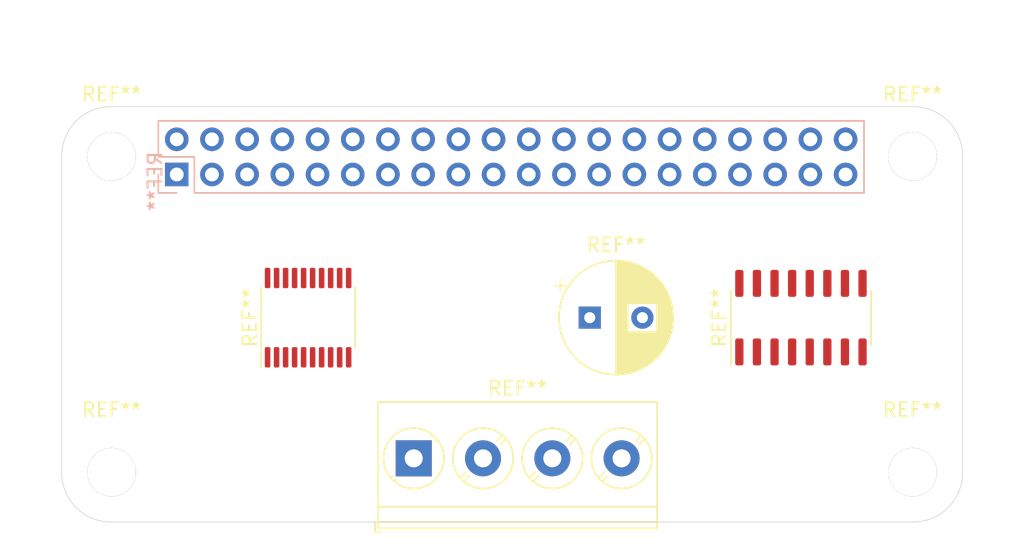
<source format=kicad_pcb>
(kicad_pcb (version 20171130) (host pcbnew 5.1.9)

  (general
    (thickness 1.6)
    (drawings 8)
    (tracks 0)
    (zones 0)
    (modules 9)
    (nets 1)
  )

  (page A4)
  (layers
    (0 F.Cu signal)
    (31 B.Cu signal)
    (32 B.Adhes user)
    (33 F.Adhes user)
    (34 B.Paste user)
    (35 F.Paste user)
    (36 B.SilkS user)
    (37 F.SilkS user)
    (38 B.Mask user)
    (39 F.Mask user)
    (40 Dwgs.User user)
    (41 Cmts.User user)
    (42 Eco1.User user)
    (43 Eco2.User user)
    (44 Edge.Cuts user)
    (45 Margin user)
    (46 B.CrtYd user)
    (47 F.CrtYd user)
    (48 B.Fab user)
    (49 F.Fab user)
  )

  (setup
    (last_trace_width 0.25)
    (trace_clearance 0.2)
    (zone_clearance 0.508)
    (zone_45_only no)
    (trace_min 0.2)
    (via_size 0.8)
    (via_drill 0.4)
    (via_min_size 0.4)
    (via_min_drill 0.3)
    (uvia_size 0.3)
    (uvia_drill 0.1)
    (uvias_allowed no)
    (uvia_min_size 0.2)
    (uvia_min_drill 0.1)
    (edge_width 0.05)
    (segment_width 0.2)
    (pcb_text_width 0.3)
    (pcb_text_size 1.5 1.5)
    (mod_edge_width 0.12)
    (mod_text_size 1 1)
    (mod_text_width 0.15)
    (pad_size 3.5 3.5)
    (pad_drill 3.5)
    (pad_to_mask_clearance 0)
    (aux_axis_origin 0 0)
    (grid_origin 71 40)
    (visible_elements FFFFFF7F)
    (pcbplotparams
      (layerselection 0x010fc_ffffffff)
      (usegerberextensions false)
      (usegerberattributes true)
      (usegerberadvancedattributes true)
      (creategerberjobfile true)
      (excludeedgelayer true)
      (linewidth 0.100000)
      (plotframeref false)
      (viasonmask false)
      (mode 1)
      (useauxorigin false)
      (hpglpennumber 1)
      (hpglpenspeed 20)
      (hpglpendiameter 15.000000)
      (psnegative false)
      (psa4output false)
      (plotreference true)
      (plotvalue true)
      (plotinvisibletext false)
      (padsonsilk false)
      (subtractmaskfromsilk false)
      (outputformat 1)
      (mirror false)
      (drillshape 1)
      (scaleselection 1)
      (outputdirectory ""))
  )

  (net 0 "")

  (net_class Default "This is the default net class."
    (clearance 0.2)
    (trace_width 0.25)
    (via_dia 0.8)
    (via_drill 0.4)
    (uvia_dia 0.3)
    (uvia_drill 0.1)
  )

  (module MountingHole:MountingHole_3.5mm (layer F.Cu) (tedit 60AA800F) (tstamp 60AA82B5)
    (at 74.6 66.4)
    (descr "Mounting Hole 3.5mm, no annular")
    (tags "mounting hole 3.5mm no annular")
    (attr virtual)
    (fp_text reference REF** (at 0 -4.5) (layer F.SilkS)
      (effects (font (size 1 1) (thickness 0.15)))
    )
    (fp_text value MountingHole_3.5mm (at 0 4.5) (layer F.Fab)
      (effects (font (size 1 1) (thickness 0.15)))
    )
    (fp_circle (center 0 0) (end 3.5 0) (layer Cmts.User) (width 0.15))
    (fp_circle (center 0 0) (end 3.75 0) (layer F.CrtYd) (width 0.05))
    (fp_text user %R (at 0.3 0) (layer F.Fab)
      (effects (font (size 1 1) (thickness 0.15)))
    )
    (pad "" thru_hole circle (at 0 0) (size 3.5 3.5) (drill 3.5) (layers *.Cu *.Mask))
  )

  (module MountingHole:MountingHole_3.5mm (layer F.Cu) (tedit 60AA804E) (tstamp 60AA8293)
    (at 132.4 66.4)
    (descr "Mounting Hole 3.5mm, no annular")
    (tags "mounting hole 3.5mm no annular")
    (attr virtual)
    (fp_text reference REF** (at 0 -4.5) (layer F.SilkS)
      (effects (font (size 1 1) (thickness 0.15)))
    )
    (fp_text value MountingHole_3.5mm (at 0 4.5) (layer F.Fab)
      (effects (font (size 1 1) (thickness 0.15)))
    )
    (fp_circle (center 0 0) (end 3.5 0) (layer Cmts.User) (width 0.15))
    (fp_circle (center 0 0) (end 3.75 0) (layer F.CrtYd) (width 0.05))
    (fp_text user %R (at 0.3 0) (layer F.Fab)
      (effects (font (size 1 1) (thickness 0.15)))
    )
    (pad "" thru_hole circle (at 0 0) (size 3.5 3.5) (drill 3.5) (layers *.Cu *.Mask))
  )

  (module MountingHole:MountingHole_3.5mm (layer F.Cu) (tedit 60AA804E) (tstamp 60AA81BD)
    (at 132.4 43.6)
    (descr "Mounting Hole 3.5mm, no annular")
    (tags "mounting hole 3.5mm no annular")
    (attr virtual)
    (fp_text reference REF** (at 0 -4.5) (layer F.SilkS)
      (effects (font (size 1 1) (thickness 0.15)))
    )
    (fp_text value MountingHole_3.5mm (at 0 4.5) (layer F.Fab)
      (effects (font (size 1 1) (thickness 0.15)))
    )
    (fp_circle (center 0 0) (end 3.75 0) (layer F.CrtYd) (width 0.05))
    (fp_circle (center 0 0) (end 3.5 0) (layer Cmts.User) (width 0.15))
    (fp_text user %R (at 0.3 0) (layer F.Fab)
      (effects (font (size 1 1) (thickness 0.15)))
    )
    (pad "" thru_hole circle (at 0 0) (size 3.5 3.5) (drill 3.5) (layers *.Cu *.Mask))
  )

  (module MountingHole:MountingHole_3.5mm (layer F.Cu) (tedit 60AA81A4) (tstamp 60AA7DBB)
    (at 74.6 43.6)
    (descr "Mounting Hole 3.5mm, no annular")
    (tags "mounting hole 3.5mm no annular")
    (attr virtual)
    (fp_text reference REF** (at 0 -4.5) (layer F.SilkS)
      (effects (font (size 1 1) (thickness 0.15)))
    )
    (fp_text value MountingHole_3.5mm (at 0 4.5) (layer F.Fab)
      (effects (font (size 1 1) (thickness 0.15)))
    )
    (fp_circle (center 0 0) (end 3.75 0) (layer F.CrtYd) (width 0.05))
    (fp_circle (center 0 0) (end 3.5 0) (layer Cmts.User) (width 0.15))
    (fp_text user %R (at 0.3 0) (layer F.Fab)
      (effects (font (size 1 1) (thickness 0.15)))
    )
    (pad "" thru_hole circle (at 0 0) (size 3.5 3.5) (drill 3.5) (layers *.Cu *.Mask))
  )

  (module Package_SO:SOIC-16_3.9x9.9mm_P1.27mm (layer F.Cu) (tedit 5D9F72B1) (tstamp 60A8F012)
    (at 124.34 55.24 90)
    (descr "SOIC, 16 Pin (JEDEC MS-012AC, https://www.analog.com/media/en/package-pcb-resources/package/pkg_pdf/soic_narrow-r/r_16.pdf), generated with kicad-footprint-generator ipc_gullwing_generator.py")
    (tags "SOIC SO")
    (attr smd)
    (fp_text reference REF** (at 0 -5.9 90) (layer F.SilkS)
      (effects (font (size 1 1) (thickness 0.15)))
    )
    (fp_text value SOIC-16_3.9x9.9mm_P1.27mm (at 0 5.9 90) (layer F.Fab)
      (effects (font (size 1 1) (thickness 0.15)))
    )
    (fp_line (start 3.7 -5.2) (end -3.7 -5.2) (layer F.CrtYd) (width 0.05))
    (fp_line (start 3.7 5.2) (end 3.7 -5.2) (layer F.CrtYd) (width 0.05))
    (fp_line (start -3.7 5.2) (end 3.7 5.2) (layer F.CrtYd) (width 0.05))
    (fp_line (start -3.7 -5.2) (end -3.7 5.2) (layer F.CrtYd) (width 0.05))
    (fp_line (start -1.95 -3.975) (end -0.975 -4.95) (layer F.Fab) (width 0.1))
    (fp_line (start -1.95 4.95) (end -1.95 -3.975) (layer F.Fab) (width 0.1))
    (fp_line (start 1.95 4.95) (end -1.95 4.95) (layer F.Fab) (width 0.1))
    (fp_line (start 1.95 -4.95) (end 1.95 4.95) (layer F.Fab) (width 0.1))
    (fp_line (start -0.975 -4.95) (end 1.95 -4.95) (layer F.Fab) (width 0.1))
    (fp_line (start 0 -5.06) (end -3.45 -5.06) (layer F.SilkS) (width 0.12))
    (fp_line (start 0 -5.06) (end 1.95 -5.06) (layer F.SilkS) (width 0.12))
    (fp_line (start 0 5.06) (end -1.95 5.06) (layer F.SilkS) (width 0.12))
    (fp_line (start 0 5.06) (end 1.95 5.06) (layer F.SilkS) (width 0.12))
    (fp_text user %R (at 0 0 90) (layer F.Fab)
      (effects (font (size 0.98 0.98) (thickness 0.15)))
    )
    (pad 16 smd roundrect (at 2.475 -4.445 90) (size 1.95 0.6) (layers F.Cu F.Paste F.Mask) (roundrect_rratio 0.25))
    (pad 15 smd roundrect (at 2.475 -3.175 90) (size 1.95 0.6) (layers F.Cu F.Paste F.Mask) (roundrect_rratio 0.25))
    (pad 14 smd roundrect (at 2.475 -1.905 90) (size 1.95 0.6) (layers F.Cu F.Paste F.Mask) (roundrect_rratio 0.25))
    (pad 13 smd roundrect (at 2.475 -0.635 90) (size 1.95 0.6) (layers F.Cu F.Paste F.Mask) (roundrect_rratio 0.25))
    (pad 12 smd roundrect (at 2.475 0.635 90) (size 1.95 0.6) (layers F.Cu F.Paste F.Mask) (roundrect_rratio 0.25))
    (pad 11 smd roundrect (at 2.475 1.905 90) (size 1.95 0.6) (layers F.Cu F.Paste F.Mask) (roundrect_rratio 0.25))
    (pad 10 smd roundrect (at 2.475 3.175 90) (size 1.95 0.6) (layers F.Cu F.Paste F.Mask) (roundrect_rratio 0.25))
    (pad 9 smd roundrect (at 2.475 4.445 90) (size 1.95 0.6) (layers F.Cu F.Paste F.Mask) (roundrect_rratio 0.25))
    (pad 8 smd roundrect (at -2.475 4.445 90) (size 1.95 0.6) (layers F.Cu F.Paste F.Mask) (roundrect_rratio 0.25))
    (pad 7 smd roundrect (at -2.475 3.175 90) (size 1.95 0.6) (layers F.Cu F.Paste F.Mask) (roundrect_rratio 0.25))
    (pad 6 smd roundrect (at -2.475 1.905 90) (size 1.95 0.6) (layers F.Cu F.Paste F.Mask) (roundrect_rratio 0.25))
    (pad 5 smd roundrect (at -2.475 0.635 90) (size 1.95 0.6) (layers F.Cu F.Paste F.Mask) (roundrect_rratio 0.25))
    (pad 4 smd roundrect (at -2.475 -0.635 90) (size 1.95 0.6) (layers F.Cu F.Paste F.Mask) (roundrect_rratio 0.25))
    (pad 3 smd roundrect (at -2.475 -1.905 90) (size 1.95 0.6) (layers F.Cu F.Paste F.Mask) (roundrect_rratio 0.25))
    (pad 2 smd roundrect (at -2.475 -3.175 90) (size 1.95 0.6) (layers F.Cu F.Paste F.Mask) (roundrect_rratio 0.25))
    (pad 1 smd roundrect (at -2.475 -4.445 90) (size 1.95 0.6) (layers F.Cu F.Paste F.Mask) (roundrect_rratio 0.25))
    (model ${KISYS3DMOD}/Package_SO.3dshapes/SOIC-16_3.9x9.9mm_P1.27mm.wrl
      (at (xyz 0 0 0))
      (scale (xyz 1 1 1))
      (rotate (xyz 0 0 0))
    )
  )

  (module Package_SO:TSSOP-20_4.4x6.5mm_P0.65mm (layer F.Cu) (tedit 5E476F32) (tstamp 60A8E4AE)
    (at 88.78 55.24 90)
    (descr "TSSOP, 20 Pin (JEDEC MO-153 Var AC https://www.jedec.org/document_search?search_api_views_fulltext=MO-153), generated with kicad-footprint-generator ipc_gullwing_generator.py")
    (tags "TSSOP SO")
    (attr smd)
    (fp_text reference REF** (at 0 -4.2 90) (layer F.SilkS)
      (effects (font (size 1 1) (thickness 0.15)))
    )
    (fp_text value TSSOP-20_4.4x6.5mm_P0.65mm (at 0 4.2 90) (layer F.Fab)
      (effects (font (size 1 1) (thickness 0.15)))
    )
    (fp_line (start 3.85 -3.5) (end -3.85 -3.5) (layer F.CrtYd) (width 0.05))
    (fp_line (start 3.85 3.5) (end 3.85 -3.5) (layer F.CrtYd) (width 0.05))
    (fp_line (start -3.85 3.5) (end 3.85 3.5) (layer F.CrtYd) (width 0.05))
    (fp_line (start -3.85 -3.5) (end -3.85 3.5) (layer F.CrtYd) (width 0.05))
    (fp_line (start -2.2 -2.25) (end -1.2 -3.25) (layer F.Fab) (width 0.1))
    (fp_line (start -2.2 3.25) (end -2.2 -2.25) (layer F.Fab) (width 0.1))
    (fp_line (start 2.2 3.25) (end -2.2 3.25) (layer F.Fab) (width 0.1))
    (fp_line (start 2.2 -3.25) (end 2.2 3.25) (layer F.Fab) (width 0.1))
    (fp_line (start -1.2 -3.25) (end 2.2 -3.25) (layer F.Fab) (width 0.1))
    (fp_line (start 0 -3.385) (end -3.6 -3.385) (layer F.SilkS) (width 0.12))
    (fp_line (start 0 -3.385) (end 2.2 -3.385) (layer F.SilkS) (width 0.12))
    (fp_line (start 0 3.385) (end -2.2 3.385) (layer F.SilkS) (width 0.12))
    (fp_line (start 0 3.385) (end 2.2 3.385) (layer F.SilkS) (width 0.12))
    (fp_text user %R (at 0 0 90) (layer F.Fab)
      (effects (font (size 1 1) (thickness 0.15)))
    )
    (pad 20 smd roundrect (at 2.8625 -2.925 90) (size 1.475 0.4) (layers F.Cu F.Paste F.Mask) (roundrect_rratio 0.25))
    (pad 19 smd roundrect (at 2.8625 -2.275 90) (size 1.475 0.4) (layers F.Cu F.Paste F.Mask) (roundrect_rratio 0.25))
    (pad 18 smd roundrect (at 2.8625 -1.625 90) (size 1.475 0.4) (layers F.Cu F.Paste F.Mask) (roundrect_rratio 0.25))
    (pad 17 smd roundrect (at 2.8625 -0.975 90) (size 1.475 0.4) (layers F.Cu F.Paste F.Mask) (roundrect_rratio 0.25))
    (pad 16 smd roundrect (at 2.8625 -0.325 90) (size 1.475 0.4) (layers F.Cu F.Paste F.Mask) (roundrect_rratio 0.25))
    (pad 15 smd roundrect (at 2.8625 0.325 90) (size 1.475 0.4) (layers F.Cu F.Paste F.Mask) (roundrect_rratio 0.25))
    (pad 14 smd roundrect (at 2.8625 0.975 90) (size 1.475 0.4) (layers F.Cu F.Paste F.Mask) (roundrect_rratio 0.25))
    (pad 13 smd roundrect (at 2.8625 1.625 90) (size 1.475 0.4) (layers F.Cu F.Paste F.Mask) (roundrect_rratio 0.25))
    (pad 12 smd roundrect (at 2.8625 2.275 90) (size 1.475 0.4) (layers F.Cu F.Paste F.Mask) (roundrect_rratio 0.25))
    (pad 11 smd roundrect (at 2.8625 2.925 90) (size 1.475 0.4) (layers F.Cu F.Paste F.Mask) (roundrect_rratio 0.25))
    (pad 10 smd roundrect (at -2.8625 2.925 90) (size 1.475 0.4) (layers F.Cu F.Paste F.Mask) (roundrect_rratio 0.25))
    (pad 9 smd roundrect (at -2.8625 2.275 90) (size 1.475 0.4) (layers F.Cu F.Paste F.Mask) (roundrect_rratio 0.25))
    (pad 8 smd roundrect (at -2.8625 1.625 90) (size 1.475 0.4) (layers F.Cu F.Paste F.Mask) (roundrect_rratio 0.25))
    (pad 7 smd roundrect (at -2.8625 0.975 90) (size 1.475 0.4) (layers F.Cu F.Paste F.Mask) (roundrect_rratio 0.25))
    (pad 6 smd roundrect (at -2.8625 0.325 90) (size 1.475 0.4) (layers F.Cu F.Paste F.Mask) (roundrect_rratio 0.25))
    (pad 5 smd roundrect (at -2.8625 -0.325 90) (size 1.475 0.4) (layers F.Cu F.Paste F.Mask) (roundrect_rratio 0.25))
    (pad 4 smd roundrect (at -2.8625 -0.975 90) (size 1.475 0.4) (layers F.Cu F.Paste F.Mask) (roundrect_rratio 0.25))
    (pad 3 smd roundrect (at -2.8625 -1.625 90) (size 1.475 0.4) (layers F.Cu F.Paste F.Mask) (roundrect_rratio 0.25))
    (pad 2 smd roundrect (at -2.8625 -2.275 90) (size 1.475 0.4) (layers F.Cu F.Paste F.Mask) (roundrect_rratio 0.25))
    (pad 1 smd roundrect (at -2.8625 -2.925 90) (size 1.475 0.4) (layers F.Cu F.Paste F.Mask) (roundrect_rratio 0.25))
    (model ${KISYS3DMOD}/Package_SO.3dshapes/TSSOP-20_4.4x6.5mm_P0.65mm.wrl
      (at (xyz 0 0 0))
      (scale (xyz 1 1 1))
      (rotate (xyz 0 0 0))
    )
  )

  (module TerminalBlock_Phoenix:TerminalBlock_Phoenix_PT-1,5-4-5.0-H_1x04_P5.00mm_Horizontal (layer F.Cu) (tedit 5B294F6A) (tstamp 60A8BE17)
    (at 96.4 65.4)
    (descr "Terminal Block Phoenix PT-1,5-4-5.0-H, 4 pins, pitch 5mm, size 20x9mm^2, drill diamater 1.3mm, pad diameter 2.6mm, see http://www.mouser.com/ds/2/324/ItemDetail_1935161-922578.pdf, script-generated using https://github.com/pointhi/kicad-footprint-generator/scripts/TerminalBlock_Phoenix")
    (tags "THT Terminal Block Phoenix PT-1,5-4-5.0-H pitch 5mm size 20x9mm^2 drill 1.3mm pad 2.6mm")
    (fp_text reference REF** (at 7.5 -5.06) (layer F.SilkS)
      (effects (font (size 1 1) (thickness 0.15)))
    )
    (fp_text value TerminalBlock_Phoenix_PT-1,5-4-5.0-H_1x04_P5.00mm_Horizontal (at 7.5 6.06) (layer F.Fab)
      (effects (font (size 1 1) (thickness 0.15)))
    )
    (fp_line (start 18 -4.5) (end -3 -4.5) (layer F.CrtYd) (width 0.05))
    (fp_line (start 18 5.5) (end 18 -4.5) (layer F.CrtYd) (width 0.05))
    (fp_line (start -3 5.5) (end 18 5.5) (layer F.CrtYd) (width 0.05))
    (fp_line (start -3 -4.5) (end -3 5.5) (layer F.CrtYd) (width 0.05))
    (fp_line (start -2.8 5.3) (end -2.4 5.3) (layer F.SilkS) (width 0.12))
    (fp_line (start -2.8 4.66) (end -2.8 5.3) (layer F.SilkS) (width 0.12))
    (fp_line (start 13.742 0.992) (end 13.347 1.388) (layer F.SilkS) (width 0.12))
    (fp_line (start 16.388 -1.654) (end 16.008 -1.274) (layer F.SilkS) (width 0.12))
    (fp_line (start 13.993 1.274) (end 13.613 1.654) (layer F.SilkS) (width 0.12))
    (fp_line (start 16.654 -1.388) (end 16.259 -0.992) (layer F.SilkS) (width 0.12))
    (fp_line (start 16.273 -1.517) (end 13.484 1.273) (layer F.Fab) (width 0.1))
    (fp_line (start 16.517 -1.273) (end 13.728 1.517) (layer F.Fab) (width 0.1))
    (fp_line (start 8.742 0.992) (end 8.347 1.388) (layer F.SilkS) (width 0.12))
    (fp_line (start 11.388 -1.654) (end 11.008 -1.274) (layer F.SilkS) (width 0.12))
    (fp_line (start 8.993 1.274) (end 8.613 1.654) (layer F.SilkS) (width 0.12))
    (fp_line (start 11.654 -1.388) (end 11.259 -0.992) (layer F.SilkS) (width 0.12))
    (fp_line (start 11.273 -1.517) (end 8.484 1.273) (layer F.Fab) (width 0.1))
    (fp_line (start 11.517 -1.273) (end 8.728 1.517) (layer F.Fab) (width 0.1))
    (fp_line (start 3.742 0.992) (end 3.347 1.388) (layer F.SilkS) (width 0.12))
    (fp_line (start 6.388 -1.654) (end 6.008 -1.274) (layer F.SilkS) (width 0.12))
    (fp_line (start 3.993 1.274) (end 3.613 1.654) (layer F.SilkS) (width 0.12))
    (fp_line (start 6.654 -1.388) (end 6.259 -0.992) (layer F.SilkS) (width 0.12))
    (fp_line (start 6.273 -1.517) (end 3.484 1.273) (layer F.Fab) (width 0.1))
    (fp_line (start 6.517 -1.273) (end 3.728 1.517) (layer F.Fab) (width 0.1))
    (fp_line (start -1.548 1.281) (end -1.654 1.388) (layer F.SilkS) (width 0.12))
    (fp_line (start 1.388 -1.654) (end 1.281 -1.547) (layer F.SilkS) (width 0.12))
    (fp_line (start -1.282 1.547) (end -1.388 1.654) (layer F.SilkS) (width 0.12))
    (fp_line (start 1.654 -1.388) (end 1.547 -1.281) (layer F.SilkS) (width 0.12))
    (fp_line (start 1.273 -1.517) (end -1.517 1.273) (layer F.Fab) (width 0.1))
    (fp_line (start 1.517 -1.273) (end -1.273 1.517) (layer F.Fab) (width 0.1))
    (fp_line (start 17.561 -4.06) (end 17.561 5.06) (layer F.SilkS) (width 0.12))
    (fp_line (start -2.56 -4.06) (end -2.56 5.06) (layer F.SilkS) (width 0.12))
    (fp_line (start -2.56 5.06) (end 17.561 5.06) (layer F.SilkS) (width 0.12))
    (fp_line (start -2.56 -4.06) (end 17.561 -4.06) (layer F.SilkS) (width 0.12))
    (fp_line (start -2.56 3.5) (end 17.561 3.5) (layer F.SilkS) (width 0.12))
    (fp_line (start -2.5 3.5) (end 17.5 3.5) (layer F.Fab) (width 0.1))
    (fp_line (start -2.56 4.6) (end 17.561 4.6) (layer F.SilkS) (width 0.12))
    (fp_line (start -2.5 4.6) (end 17.5 4.6) (layer F.Fab) (width 0.1))
    (fp_line (start -2.5 4.6) (end -2.5 -4) (layer F.Fab) (width 0.1))
    (fp_line (start -2.1 5) (end -2.5 4.6) (layer F.Fab) (width 0.1))
    (fp_line (start 17.5 5) (end -2.1 5) (layer F.Fab) (width 0.1))
    (fp_line (start 17.5 -4) (end 17.5 5) (layer F.Fab) (width 0.1))
    (fp_line (start -2.5 -4) (end 17.5 -4) (layer F.Fab) (width 0.1))
    (fp_circle (center 15 0) (end 17.18 0) (layer F.SilkS) (width 0.12))
    (fp_circle (center 15 0) (end 17 0) (layer F.Fab) (width 0.1))
    (fp_circle (center 10 0) (end 12.18 0) (layer F.SilkS) (width 0.12))
    (fp_circle (center 10 0) (end 12 0) (layer F.Fab) (width 0.1))
    (fp_circle (center 5 0) (end 7.18 0) (layer F.SilkS) (width 0.12))
    (fp_circle (center 5 0) (end 7 0) (layer F.Fab) (width 0.1))
    (fp_circle (center 0 0) (end 2.18 0) (layer F.SilkS) (width 0.12))
    (fp_circle (center 0 0) (end 2 0) (layer F.Fab) (width 0.1))
    (fp_text user %R (at 7.5 2.9) (layer F.Fab)
      (effects (font (size 1 1) (thickness 0.15)))
    )
    (pad 4 thru_hole circle (at 15 0) (size 2.6 2.6) (drill 1.3) (layers *.Cu *.Mask))
    (pad 3 thru_hole circle (at 10 0) (size 2.6 2.6) (drill 1.3) (layers *.Cu *.Mask))
    (pad 2 thru_hole circle (at 5 0) (size 2.6 2.6) (drill 1.3) (layers *.Cu *.Mask))
    (pad 1 thru_hole rect (at 0 0) (size 2.6 2.6) (drill 1.3) (layers *.Cu *.Mask))
    (model ${KISYS3DMOD}/TerminalBlock_Phoenix.3dshapes/TerminalBlock_Phoenix_PT-1,5-4-5.0-H_1x04_P5.00mm_Horizontal.wrl
      (at (xyz 0 0 0))
      (scale (xyz 1 1 1))
      (rotate (xyz 0 0 0))
    )
  )

  (module Capacitor_THT:CP_Radial_D8.0mm_P3.80mm (layer F.Cu) (tedit 5AE50EF0) (tstamp 60A8E63C)
    (at 109.1 55.24)
    (descr "CP, Radial series, Radial, pin pitch=3.80mm, , diameter=8mm, Electrolytic Capacitor")
    (tags "CP Radial series Radial pin pitch 3.80mm  diameter 8mm Electrolytic Capacitor")
    (fp_text reference REF** (at 1.9 -5.25) (layer F.SilkS)
      (effects (font (size 1 1) (thickness 0.15)))
    )
    (fp_text value CP_Radial_D8.0mm_P3.80mm (at 1.9 5.25) (layer F.Fab)
      (effects (font (size 1 1) (thickness 0.15)))
    )
    (fp_line (start -2.109698 -2.715) (end -2.109698 -1.915) (layer F.SilkS) (width 0.12))
    (fp_line (start -2.509698 -2.315) (end -1.709698 -2.315) (layer F.SilkS) (width 0.12))
    (fp_line (start 5.981 -0.533) (end 5.981 0.533) (layer F.SilkS) (width 0.12))
    (fp_line (start 5.941 -0.768) (end 5.941 0.768) (layer F.SilkS) (width 0.12))
    (fp_line (start 5.901 -0.948) (end 5.901 0.948) (layer F.SilkS) (width 0.12))
    (fp_line (start 5.861 -1.098) (end 5.861 1.098) (layer F.SilkS) (width 0.12))
    (fp_line (start 5.821 -1.229) (end 5.821 1.229) (layer F.SilkS) (width 0.12))
    (fp_line (start 5.781 -1.346) (end 5.781 1.346) (layer F.SilkS) (width 0.12))
    (fp_line (start 5.741 -1.453) (end 5.741 1.453) (layer F.SilkS) (width 0.12))
    (fp_line (start 5.701 -1.552) (end 5.701 1.552) (layer F.SilkS) (width 0.12))
    (fp_line (start 5.661 -1.645) (end 5.661 1.645) (layer F.SilkS) (width 0.12))
    (fp_line (start 5.621 -1.731) (end 5.621 1.731) (layer F.SilkS) (width 0.12))
    (fp_line (start 5.581 -1.813) (end 5.581 1.813) (layer F.SilkS) (width 0.12))
    (fp_line (start 5.541 -1.89) (end 5.541 1.89) (layer F.SilkS) (width 0.12))
    (fp_line (start 5.501 -1.964) (end 5.501 1.964) (layer F.SilkS) (width 0.12))
    (fp_line (start 5.461 -2.034) (end 5.461 2.034) (layer F.SilkS) (width 0.12))
    (fp_line (start 5.421 -2.102) (end 5.421 2.102) (layer F.SilkS) (width 0.12))
    (fp_line (start 5.381 -2.166) (end 5.381 2.166) (layer F.SilkS) (width 0.12))
    (fp_line (start 5.341 -2.228) (end 5.341 2.228) (layer F.SilkS) (width 0.12))
    (fp_line (start 5.301 -2.287) (end 5.301 2.287) (layer F.SilkS) (width 0.12))
    (fp_line (start 5.261 -2.345) (end 5.261 2.345) (layer F.SilkS) (width 0.12))
    (fp_line (start 5.221 -2.4) (end 5.221 2.4) (layer F.SilkS) (width 0.12))
    (fp_line (start 5.181 -2.454) (end 5.181 2.454) (layer F.SilkS) (width 0.12))
    (fp_line (start 5.141 -2.505) (end 5.141 2.505) (layer F.SilkS) (width 0.12))
    (fp_line (start 5.101 -2.556) (end 5.101 2.556) (layer F.SilkS) (width 0.12))
    (fp_line (start 5.061 -2.604) (end 5.061 2.604) (layer F.SilkS) (width 0.12))
    (fp_line (start 5.021 -2.651) (end 5.021 2.651) (layer F.SilkS) (width 0.12))
    (fp_line (start 4.981 -2.697) (end 4.981 2.697) (layer F.SilkS) (width 0.12))
    (fp_line (start 4.941 -2.741) (end 4.941 2.741) (layer F.SilkS) (width 0.12))
    (fp_line (start 4.901 -2.784) (end 4.901 2.784) (layer F.SilkS) (width 0.12))
    (fp_line (start 4.861 -2.826) (end 4.861 2.826) (layer F.SilkS) (width 0.12))
    (fp_line (start 4.821 1.04) (end 4.821 2.867) (layer F.SilkS) (width 0.12))
    (fp_line (start 4.821 -2.867) (end 4.821 -1.04) (layer F.SilkS) (width 0.12))
    (fp_line (start 4.781 1.04) (end 4.781 2.907) (layer F.SilkS) (width 0.12))
    (fp_line (start 4.781 -2.907) (end 4.781 -1.04) (layer F.SilkS) (width 0.12))
    (fp_line (start 4.741 1.04) (end 4.741 2.945) (layer F.SilkS) (width 0.12))
    (fp_line (start 4.741 -2.945) (end 4.741 -1.04) (layer F.SilkS) (width 0.12))
    (fp_line (start 4.701 1.04) (end 4.701 2.983) (layer F.SilkS) (width 0.12))
    (fp_line (start 4.701 -2.983) (end 4.701 -1.04) (layer F.SilkS) (width 0.12))
    (fp_line (start 4.661 1.04) (end 4.661 3.019) (layer F.SilkS) (width 0.12))
    (fp_line (start 4.661 -3.019) (end 4.661 -1.04) (layer F.SilkS) (width 0.12))
    (fp_line (start 4.621 1.04) (end 4.621 3.055) (layer F.SilkS) (width 0.12))
    (fp_line (start 4.621 -3.055) (end 4.621 -1.04) (layer F.SilkS) (width 0.12))
    (fp_line (start 4.581 1.04) (end 4.581 3.09) (layer F.SilkS) (width 0.12))
    (fp_line (start 4.581 -3.09) (end 4.581 -1.04) (layer F.SilkS) (width 0.12))
    (fp_line (start 4.541 1.04) (end 4.541 3.124) (layer F.SilkS) (width 0.12))
    (fp_line (start 4.541 -3.124) (end 4.541 -1.04) (layer F.SilkS) (width 0.12))
    (fp_line (start 4.501 1.04) (end 4.501 3.156) (layer F.SilkS) (width 0.12))
    (fp_line (start 4.501 -3.156) (end 4.501 -1.04) (layer F.SilkS) (width 0.12))
    (fp_line (start 4.461 1.04) (end 4.461 3.189) (layer F.SilkS) (width 0.12))
    (fp_line (start 4.461 -3.189) (end 4.461 -1.04) (layer F.SilkS) (width 0.12))
    (fp_line (start 4.421 1.04) (end 4.421 3.22) (layer F.SilkS) (width 0.12))
    (fp_line (start 4.421 -3.22) (end 4.421 -1.04) (layer F.SilkS) (width 0.12))
    (fp_line (start 4.381 1.04) (end 4.381 3.25) (layer F.SilkS) (width 0.12))
    (fp_line (start 4.381 -3.25) (end 4.381 -1.04) (layer F.SilkS) (width 0.12))
    (fp_line (start 4.341 1.04) (end 4.341 3.28) (layer F.SilkS) (width 0.12))
    (fp_line (start 4.341 -3.28) (end 4.341 -1.04) (layer F.SilkS) (width 0.12))
    (fp_line (start 4.301 1.04) (end 4.301 3.309) (layer F.SilkS) (width 0.12))
    (fp_line (start 4.301 -3.309) (end 4.301 -1.04) (layer F.SilkS) (width 0.12))
    (fp_line (start 4.261 1.04) (end 4.261 3.338) (layer F.SilkS) (width 0.12))
    (fp_line (start 4.261 -3.338) (end 4.261 -1.04) (layer F.SilkS) (width 0.12))
    (fp_line (start 4.221 1.04) (end 4.221 3.365) (layer F.SilkS) (width 0.12))
    (fp_line (start 4.221 -3.365) (end 4.221 -1.04) (layer F.SilkS) (width 0.12))
    (fp_line (start 4.181 1.04) (end 4.181 3.392) (layer F.SilkS) (width 0.12))
    (fp_line (start 4.181 -3.392) (end 4.181 -1.04) (layer F.SilkS) (width 0.12))
    (fp_line (start 4.141 1.04) (end 4.141 3.418) (layer F.SilkS) (width 0.12))
    (fp_line (start 4.141 -3.418) (end 4.141 -1.04) (layer F.SilkS) (width 0.12))
    (fp_line (start 4.101 1.04) (end 4.101 3.444) (layer F.SilkS) (width 0.12))
    (fp_line (start 4.101 -3.444) (end 4.101 -1.04) (layer F.SilkS) (width 0.12))
    (fp_line (start 4.061 1.04) (end 4.061 3.469) (layer F.SilkS) (width 0.12))
    (fp_line (start 4.061 -3.469) (end 4.061 -1.04) (layer F.SilkS) (width 0.12))
    (fp_line (start 4.021 1.04) (end 4.021 3.493) (layer F.SilkS) (width 0.12))
    (fp_line (start 4.021 -3.493) (end 4.021 -1.04) (layer F.SilkS) (width 0.12))
    (fp_line (start 3.981 1.04) (end 3.981 3.517) (layer F.SilkS) (width 0.12))
    (fp_line (start 3.981 -3.517) (end 3.981 -1.04) (layer F.SilkS) (width 0.12))
    (fp_line (start 3.941 1.04) (end 3.941 3.54) (layer F.SilkS) (width 0.12))
    (fp_line (start 3.941 -3.54) (end 3.941 -1.04) (layer F.SilkS) (width 0.12))
    (fp_line (start 3.901 1.04) (end 3.901 3.562) (layer F.SilkS) (width 0.12))
    (fp_line (start 3.901 -3.562) (end 3.901 -1.04) (layer F.SilkS) (width 0.12))
    (fp_line (start 3.861 1.04) (end 3.861 3.584) (layer F.SilkS) (width 0.12))
    (fp_line (start 3.861 -3.584) (end 3.861 -1.04) (layer F.SilkS) (width 0.12))
    (fp_line (start 3.821 1.04) (end 3.821 3.606) (layer F.SilkS) (width 0.12))
    (fp_line (start 3.821 -3.606) (end 3.821 -1.04) (layer F.SilkS) (width 0.12))
    (fp_line (start 3.781 1.04) (end 3.781 3.627) (layer F.SilkS) (width 0.12))
    (fp_line (start 3.781 -3.627) (end 3.781 -1.04) (layer F.SilkS) (width 0.12))
    (fp_line (start 3.741 1.04) (end 3.741 3.647) (layer F.SilkS) (width 0.12))
    (fp_line (start 3.741 -3.647) (end 3.741 -1.04) (layer F.SilkS) (width 0.12))
    (fp_line (start 3.701 1.04) (end 3.701 3.666) (layer F.SilkS) (width 0.12))
    (fp_line (start 3.701 -3.666) (end 3.701 -1.04) (layer F.SilkS) (width 0.12))
    (fp_line (start 3.661 1.04) (end 3.661 3.686) (layer F.SilkS) (width 0.12))
    (fp_line (start 3.661 -3.686) (end 3.661 -1.04) (layer F.SilkS) (width 0.12))
    (fp_line (start 3.621 1.04) (end 3.621 3.704) (layer F.SilkS) (width 0.12))
    (fp_line (start 3.621 -3.704) (end 3.621 -1.04) (layer F.SilkS) (width 0.12))
    (fp_line (start 3.581 1.04) (end 3.581 3.722) (layer F.SilkS) (width 0.12))
    (fp_line (start 3.581 -3.722) (end 3.581 -1.04) (layer F.SilkS) (width 0.12))
    (fp_line (start 3.541 1.04) (end 3.541 3.74) (layer F.SilkS) (width 0.12))
    (fp_line (start 3.541 -3.74) (end 3.541 -1.04) (layer F.SilkS) (width 0.12))
    (fp_line (start 3.501 1.04) (end 3.501 3.757) (layer F.SilkS) (width 0.12))
    (fp_line (start 3.501 -3.757) (end 3.501 -1.04) (layer F.SilkS) (width 0.12))
    (fp_line (start 3.461 1.04) (end 3.461 3.774) (layer F.SilkS) (width 0.12))
    (fp_line (start 3.461 -3.774) (end 3.461 -1.04) (layer F.SilkS) (width 0.12))
    (fp_line (start 3.421 1.04) (end 3.421 3.79) (layer F.SilkS) (width 0.12))
    (fp_line (start 3.421 -3.79) (end 3.421 -1.04) (layer F.SilkS) (width 0.12))
    (fp_line (start 3.381 1.04) (end 3.381 3.805) (layer F.SilkS) (width 0.12))
    (fp_line (start 3.381 -3.805) (end 3.381 -1.04) (layer F.SilkS) (width 0.12))
    (fp_line (start 3.341 1.04) (end 3.341 3.821) (layer F.SilkS) (width 0.12))
    (fp_line (start 3.341 -3.821) (end 3.341 -1.04) (layer F.SilkS) (width 0.12))
    (fp_line (start 3.301 1.04) (end 3.301 3.835) (layer F.SilkS) (width 0.12))
    (fp_line (start 3.301 -3.835) (end 3.301 -1.04) (layer F.SilkS) (width 0.12))
    (fp_line (start 3.261 1.04) (end 3.261 3.85) (layer F.SilkS) (width 0.12))
    (fp_line (start 3.261 -3.85) (end 3.261 -1.04) (layer F.SilkS) (width 0.12))
    (fp_line (start 3.221 1.04) (end 3.221 3.863) (layer F.SilkS) (width 0.12))
    (fp_line (start 3.221 -3.863) (end 3.221 -1.04) (layer F.SilkS) (width 0.12))
    (fp_line (start 3.181 1.04) (end 3.181 3.877) (layer F.SilkS) (width 0.12))
    (fp_line (start 3.181 -3.877) (end 3.181 -1.04) (layer F.SilkS) (width 0.12))
    (fp_line (start 3.141 1.04) (end 3.141 3.889) (layer F.SilkS) (width 0.12))
    (fp_line (start 3.141 -3.889) (end 3.141 -1.04) (layer F.SilkS) (width 0.12))
    (fp_line (start 3.101 1.04) (end 3.101 3.902) (layer F.SilkS) (width 0.12))
    (fp_line (start 3.101 -3.902) (end 3.101 -1.04) (layer F.SilkS) (width 0.12))
    (fp_line (start 3.061 1.04) (end 3.061 3.914) (layer F.SilkS) (width 0.12))
    (fp_line (start 3.061 -3.914) (end 3.061 -1.04) (layer F.SilkS) (width 0.12))
    (fp_line (start 3.021 1.04) (end 3.021 3.925) (layer F.SilkS) (width 0.12))
    (fp_line (start 3.021 -3.925) (end 3.021 -1.04) (layer F.SilkS) (width 0.12))
    (fp_line (start 2.981 1.04) (end 2.981 3.936) (layer F.SilkS) (width 0.12))
    (fp_line (start 2.981 -3.936) (end 2.981 -1.04) (layer F.SilkS) (width 0.12))
    (fp_line (start 2.941 1.04) (end 2.941 3.947) (layer F.SilkS) (width 0.12))
    (fp_line (start 2.941 -3.947) (end 2.941 -1.04) (layer F.SilkS) (width 0.12))
    (fp_line (start 2.901 1.04) (end 2.901 3.957) (layer F.SilkS) (width 0.12))
    (fp_line (start 2.901 -3.957) (end 2.901 -1.04) (layer F.SilkS) (width 0.12))
    (fp_line (start 2.861 1.04) (end 2.861 3.967) (layer F.SilkS) (width 0.12))
    (fp_line (start 2.861 -3.967) (end 2.861 -1.04) (layer F.SilkS) (width 0.12))
    (fp_line (start 2.821 1.04) (end 2.821 3.976) (layer F.SilkS) (width 0.12))
    (fp_line (start 2.821 -3.976) (end 2.821 -1.04) (layer F.SilkS) (width 0.12))
    (fp_line (start 2.781 1.04) (end 2.781 3.985) (layer F.SilkS) (width 0.12))
    (fp_line (start 2.781 -3.985) (end 2.781 -1.04) (layer F.SilkS) (width 0.12))
    (fp_line (start 2.741 -3.994) (end 2.741 3.994) (layer F.SilkS) (width 0.12))
    (fp_line (start 2.701 -4.002) (end 2.701 4.002) (layer F.SilkS) (width 0.12))
    (fp_line (start 2.661 -4.01) (end 2.661 4.01) (layer F.SilkS) (width 0.12))
    (fp_line (start 2.621 -4.017) (end 2.621 4.017) (layer F.SilkS) (width 0.12))
    (fp_line (start 2.58 -4.024) (end 2.58 4.024) (layer F.SilkS) (width 0.12))
    (fp_line (start 2.54 -4.03) (end 2.54 4.03) (layer F.SilkS) (width 0.12))
    (fp_line (start 2.5 -4.037) (end 2.5 4.037) (layer F.SilkS) (width 0.12))
    (fp_line (start 2.46 -4.042) (end 2.46 4.042) (layer F.SilkS) (width 0.12))
    (fp_line (start 2.42 -4.048) (end 2.42 4.048) (layer F.SilkS) (width 0.12))
    (fp_line (start 2.38 -4.052) (end 2.38 4.052) (layer F.SilkS) (width 0.12))
    (fp_line (start 2.34 -4.057) (end 2.34 4.057) (layer F.SilkS) (width 0.12))
    (fp_line (start 2.3 -4.061) (end 2.3 4.061) (layer F.SilkS) (width 0.12))
    (fp_line (start 2.26 -4.065) (end 2.26 4.065) (layer F.SilkS) (width 0.12))
    (fp_line (start 2.22 -4.068) (end 2.22 4.068) (layer F.SilkS) (width 0.12))
    (fp_line (start 2.18 -4.071) (end 2.18 4.071) (layer F.SilkS) (width 0.12))
    (fp_line (start 2.14 -4.074) (end 2.14 4.074) (layer F.SilkS) (width 0.12))
    (fp_line (start 2.1 -4.076) (end 2.1 4.076) (layer F.SilkS) (width 0.12))
    (fp_line (start 2.06 -4.077) (end 2.06 4.077) (layer F.SilkS) (width 0.12))
    (fp_line (start 2.02 -4.079) (end 2.02 4.079) (layer F.SilkS) (width 0.12))
    (fp_line (start 1.98 -4.08) (end 1.98 4.08) (layer F.SilkS) (width 0.12))
    (fp_line (start 1.94 -4.08) (end 1.94 4.08) (layer F.SilkS) (width 0.12))
    (fp_line (start 1.9 -4.08) (end 1.9 4.08) (layer F.SilkS) (width 0.12))
    (fp_line (start -1.126759 -2.1475) (end -1.126759 -1.3475) (layer F.Fab) (width 0.1))
    (fp_line (start -1.526759 -1.7475) (end -0.726759 -1.7475) (layer F.Fab) (width 0.1))
    (fp_circle (center 1.9 0) (end 6.15 0) (layer F.CrtYd) (width 0.05))
    (fp_circle (center 1.9 0) (end 6.02 0) (layer F.SilkS) (width 0.12))
    (fp_circle (center 1.9 0) (end 5.9 0) (layer F.Fab) (width 0.1))
    (fp_text user %R (at 1.9 0) (layer F.Fab)
      (effects (font (size 1 1) (thickness 0.15)))
    )
    (pad 2 thru_hole circle (at 3.8 0) (size 1.6 1.6) (drill 0.8) (layers *.Cu *.Mask))
    (pad 1 thru_hole rect (at 0 0) (size 1.6 1.6) (drill 0.8) (layers *.Cu *.Mask))
    (model ${KISYS3DMOD}/Capacitor_THT.3dshapes/CP_Radial_D8.0mm_P3.80mm.wrl
      (at (xyz 0 0 0))
      (scale (xyz 1 1 1))
      (rotate (xyz 0 0 0))
    )
  )

  (module Connector_PinSocket_2.54mm:PinSocket_2x20_P2.54mm_Vertical (layer B.Cu) (tedit 5A19A433) (tstamp 60A8959D)
    (at 79.3 44.9 270)
    (descr "Through hole straight socket strip, 2x20, 2.54mm pitch, double cols (from Kicad 4.0.7), script generated")
    (tags "Through hole socket strip THT 2x20 2.54mm double row")
    (fp_text reference REF** (at 0.5 1.56 270) (layer B.SilkS)
      (effects (font (size 1 1) (thickness 0.15)) (justify mirror))
    )
    (fp_text value PinSocket_2x20_P2.54mm_Vertical (at 0.5 -20.56 270) (layer B.Fab)
      (effects (font (size 1 1) (thickness 0.15)) (justify mirror))
    )
    (fp_line (start -4.34 -50) (end -4.34 1.8) (layer B.CrtYd) (width 0.05))
    (fp_line (start 1.76 -50) (end -4.34 -50) (layer B.CrtYd) (width 0.05))
    (fp_line (start 1.76 1.8) (end 1.76 -50) (layer B.CrtYd) (width 0.05))
    (fp_line (start -4.34 1.8) (end 1.76 1.8) (layer B.CrtYd) (width 0.05))
    (fp_line (start 0 1.33) (end 1.33 1.33) (layer B.SilkS) (width 0.12))
    (fp_line (start 1.33 1.33) (end 1.33 0) (layer B.SilkS) (width 0.12))
    (fp_line (start -1.27 1.33) (end -1.27 -1.27) (layer B.SilkS) (width 0.12))
    (fp_line (start -1.27 -1.27) (end 1.33 -1.27) (layer B.SilkS) (width 0.12))
    (fp_line (start 1.33 -1.27) (end 1.33 -49.59) (layer B.SilkS) (width 0.12))
    (fp_line (start -3.87 -49.59) (end 1.33 -49.59) (layer B.SilkS) (width 0.12))
    (fp_line (start -3.87 1.33) (end -3.87 -49.59) (layer B.SilkS) (width 0.12))
    (fp_line (start -3.87 1.33) (end -1.27 1.33) (layer B.SilkS) (width 0.12))
    (fp_line (start -3.81 -49.53) (end -3.81 1.27) (layer B.Fab) (width 0.1))
    (fp_line (start 1.27 -49.53) (end -3.81 -49.53) (layer B.Fab) (width 0.1))
    (fp_line (start 1.27 0.27) (end 1.27 -49.53) (layer B.Fab) (width 0.1))
    (fp_line (start 0.27 1.27) (end 1.27 0.27) (layer B.Fab) (width 0.1))
    (fp_line (start -3.81 1.27) (end 0.27 1.27) (layer B.Fab) (width 0.1))
    (fp_text user %R (at 0.5 -9.5) (layer B.Fab)
      (effects (font (size 1 1) (thickness 0.15)) (justify mirror))
    )
    (pad 40 thru_hole oval (at -2.54 -48.26 270) (size 1.7 1.7) (drill 1) (layers *.Cu *.Mask))
    (pad 39 thru_hole oval (at 0 -48.26 270) (size 1.7 1.7) (drill 1) (layers *.Cu *.Mask))
    (pad 38 thru_hole oval (at -2.54 -45.72 270) (size 1.7 1.7) (drill 1) (layers *.Cu *.Mask))
    (pad 37 thru_hole oval (at 0 -45.72 270) (size 1.7 1.7) (drill 1) (layers *.Cu *.Mask))
    (pad 36 thru_hole oval (at -2.54 -43.18 270) (size 1.7 1.7) (drill 1) (layers *.Cu *.Mask))
    (pad 35 thru_hole oval (at 0 -43.18 270) (size 1.7 1.7) (drill 1) (layers *.Cu *.Mask))
    (pad 34 thru_hole oval (at -2.54 -40.64 270) (size 1.7 1.7) (drill 1) (layers *.Cu *.Mask))
    (pad 33 thru_hole oval (at 0 -40.64 270) (size 1.7 1.7) (drill 1) (layers *.Cu *.Mask))
    (pad 32 thru_hole oval (at -2.54 -38.1 270) (size 1.7 1.7) (drill 1) (layers *.Cu *.Mask))
    (pad 31 thru_hole oval (at 0 -38.1 270) (size 1.7 1.7) (drill 1) (layers *.Cu *.Mask))
    (pad 30 thru_hole oval (at -2.54 -35.56 270) (size 1.7 1.7) (drill 1) (layers *.Cu *.Mask))
    (pad 29 thru_hole oval (at 0 -35.56 270) (size 1.7 1.7) (drill 1) (layers *.Cu *.Mask))
    (pad 28 thru_hole oval (at -2.54 -33.02 270) (size 1.7 1.7) (drill 1) (layers *.Cu *.Mask))
    (pad 27 thru_hole oval (at 0 -33.02 270) (size 1.7 1.7) (drill 1) (layers *.Cu *.Mask))
    (pad 26 thru_hole oval (at -2.54 -30.48 270) (size 1.7 1.7) (drill 1) (layers *.Cu *.Mask))
    (pad 25 thru_hole oval (at 0 -30.48 270) (size 1.7 1.7) (drill 1) (layers *.Cu *.Mask))
    (pad 24 thru_hole oval (at -2.54 -27.94 270) (size 1.7 1.7) (drill 1) (layers *.Cu *.Mask))
    (pad 23 thru_hole oval (at 0 -27.94 270) (size 1.7 1.7) (drill 1) (layers *.Cu *.Mask))
    (pad 22 thru_hole oval (at -2.54 -25.4 270) (size 1.7 1.7) (drill 1) (layers *.Cu *.Mask))
    (pad 21 thru_hole oval (at 0 -25.4 270) (size 1.7 1.7) (drill 1) (layers *.Cu *.Mask))
    (pad 20 thru_hole oval (at -2.54 -22.86 270) (size 1.7 1.7) (drill 1) (layers *.Cu *.Mask))
    (pad 19 thru_hole oval (at 0 -22.86 270) (size 1.7 1.7) (drill 1) (layers *.Cu *.Mask))
    (pad 18 thru_hole oval (at -2.54 -20.32 270) (size 1.7 1.7) (drill 1) (layers *.Cu *.Mask))
    (pad 17 thru_hole oval (at 0 -20.32 270) (size 1.7 1.7) (drill 1) (layers *.Cu *.Mask))
    (pad 16 thru_hole oval (at -2.54 -17.78 270) (size 1.7 1.7) (drill 1) (layers *.Cu *.Mask))
    (pad 15 thru_hole oval (at 0 -17.78 270) (size 1.7 1.7) (drill 1) (layers *.Cu *.Mask))
    (pad 14 thru_hole oval (at -2.54 -15.24 270) (size 1.7 1.7) (drill 1) (layers *.Cu *.Mask))
    (pad 13 thru_hole oval (at 0 -15.24 270) (size 1.7 1.7) (drill 1) (layers *.Cu *.Mask))
    (pad 12 thru_hole oval (at -2.54 -12.7 270) (size 1.7 1.7) (drill 1) (layers *.Cu *.Mask))
    (pad 11 thru_hole oval (at 0 -12.7 270) (size 1.7 1.7) (drill 1) (layers *.Cu *.Mask))
    (pad 10 thru_hole oval (at -2.54 -10.16 270) (size 1.7 1.7) (drill 1) (layers *.Cu *.Mask))
    (pad 9 thru_hole oval (at 0 -10.16 270) (size 1.7 1.7) (drill 1) (layers *.Cu *.Mask))
    (pad 8 thru_hole oval (at -2.54 -7.62 270) (size 1.7 1.7) (drill 1) (layers *.Cu *.Mask))
    (pad 7 thru_hole oval (at 0 -7.62 270) (size 1.7 1.7) (drill 1) (layers *.Cu *.Mask))
    (pad 6 thru_hole oval (at -2.54 -5.08 270) (size 1.7 1.7) (drill 1) (layers *.Cu *.Mask))
    (pad 5 thru_hole oval (at 0 -5.08 270) (size 1.7 1.7) (drill 1) (layers *.Cu *.Mask))
    (pad 4 thru_hole oval (at -2.54 -2.54 270) (size 1.7 1.7) (drill 1) (layers *.Cu *.Mask))
    (pad 3 thru_hole oval (at 0 -2.54 270) (size 1.7 1.7) (drill 1) (layers *.Cu *.Mask))
    (pad 2 thru_hole oval (at -2.54 0 270) (size 1.7 1.7) (drill 1) (layers *.Cu *.Mask))
    (pad 1 thru_hole rect (at 0 0 270) (size 1.7 1.7) (drill 1) (layers *.Cu *.Mask))
    (model ${KISYS3DMOD}/Connector_PinSocket_2.54mm.3dshapes/PinSocket_2x20_P2.54mm_Vertical.wrl
      (at (xyz 0 0 0))
      (scale (xyz 1 1 1))
      (rotate (xyz 0 0 0))
    )
  )

  (gr_arc (start 74.556001 66.443999) (end 71 66.400001) (angle -91.41778833) (layer Edge.Cuts) (width 0.05) (tstamp 60AA7E2E))
  (gr_arc (start 132.443999 66.443999) (end 132.400001 70) (angle -91.41778833) (layer Edge.Cuts) (width 0.05) (tstamp 60AA7E2E))
  (gr_arc (start 132.443999 43.556001) (end 136 43.599999) (angle -91.41778833) (layer Edge.Cuts) (width 0.05) (tstamp 60AA7DE8))
  (gr_arc (start 74.556 43.556) (end 74.599999 40.000001) (angle -91.41782095) (layer Edge.Cuts) (width 0.05))
  (gr_line (start 132.400001 70) (end 74.600001 70) (layer Edge.Cuts) (width 0.05))
  (gr_line (start 136 43.599999) (end 136 66.399999) (layer Edge.Cuts) (width 0.05))
  (gr_line (start 71 66.400001) (end 71.000001 43.600001) (layer Edge.Cuts) (width 0.05) (tstamp 60A8847B))
  (gr_line (start 74.599999 40.000001) (end 132.399999 40) (layer Edge.Cuts) (width 0.05))

)

</source>
